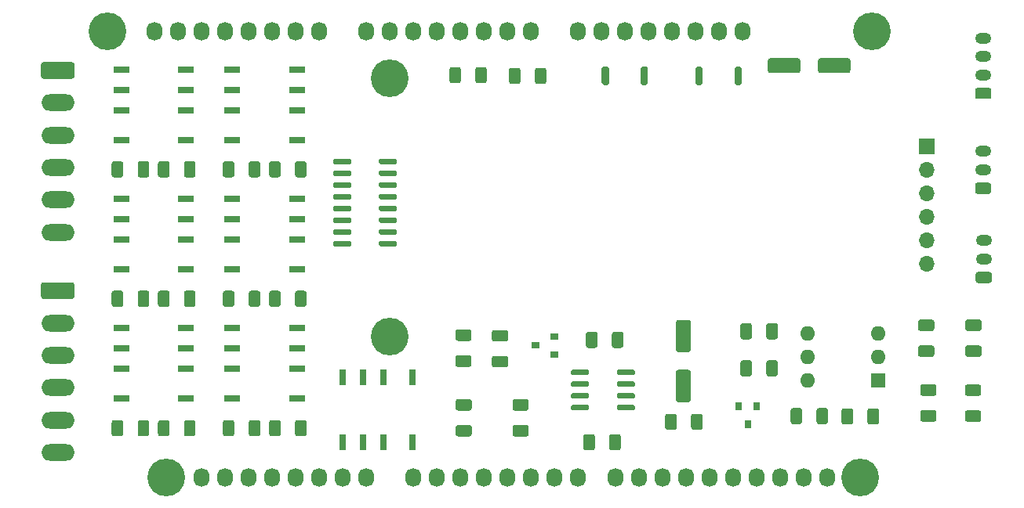
<source format=gbr>
G04 #@! TF.GenerationSoftware,KiCad,Pcbnew,(5.1.9)-1*
G04 #@! TF.CreationDate,2021-03-29T18:58:07+02:00*
G04 #@! TF.ProjectId,Interface_board_1,496e7465-7266-4616-9365-5f626f617264,4.h.0.01*
G04 #@! TF.SameCoordinates,Original*
G04 #@! TF.FileFunction,Soldermask,Top*
G04 #@! TF.FilePolarity,Negative*
%FSLAX46Y46*%
G04 Gerber Fmt 4.6, Leading zero omitted, Abs format (unit mm)*
G04 Created by KiCad (PCBNEW (5.1.9)-1) date 2021-03-29 18:58:07*
%MOMM*%
%LPD*%
G01*
G04 APERTURE LIST*
%ADD10O,3.600000X1.800000*%
%ADD11R,0.900000X0.800000*%
%ADD12R,0.800000X0.900000*%
%ADD13O,1.700000X1.700000*%
%ADD14R,1.700000X1.700000*%
%ADD15O,1.600000X1.600000*%
%ADD16R,1.600000X1.600000*%
%ADD17R,1.800000X0.800000*%
%ADD18R,0.800000X1.800000*%
%ADD19O,1.750000X1.200000*%
%ADD20O,1.727200X2.032000*%
%ADD21C,4.064000*%
G04 APERTURE END LIST*
G36*
G01*
X145833940Y-117109540D02*
X147083940Y-117109540D01*
G75*
G02*
X147333940Y-117359540I0J-250000D01*
G01*
X147333940Y-118109540D01*
G75*
G02*
X147083940Y-118359540I-250000J0D01*
G01*
X145833940Y-118359540D01*
G75*
G02*
X145583940Y-118109540I0J250000D01*
G01*
X145583940Y-117359540D01*
G75*
G02*
X145833940Y-117109540I250000J0D01*
G01*
G37*
G36*
G01*
X145833940Y-114309540D02*
X147083940Y-114309540D01*
G75*
G02*
X147333940Y-114559540I0J-250000D01*
G01*
X147333940Y-115309540D01*
G75*
G02*
X147083940Y-115559540I-250000J0D01*
G01*
X145833940Y-115559540D01*
G75*
G02*
X145583940Y-115309540I0J250000D01*
G01*
X145583940Y-114559540D01*
G75*
G02*
X145833940Y-114309540I250000J0D01*
G01*
G37*
G36*
G01*
X147109340Y-123100800D02*
X145859340Y-123100800D01*
G75*
G02*
X145609340Y-122850800I0J250000D01*
G01*
X145609340Y-122100800D01*
G75*
G02*
X145859340Y-121850800I250000J0D01*
G01*
X147109340Y-121850800D01*
G75*
G02*
X147359340Y-122100800I0J-250000D01*
G01*
X147359340Y-122850800D01*
G75*
G02*
X147109340Y-123100800I-250000J0D01*
G01*
G37*
G36*
G01*
X147109340Y-125900800D02*
X145859340Y-125900800D01*
G75*
G02*
X145609340Y-125650800I0J250000D01*
G01*
X145609340Y-124900800D01*
G75*
G02*
X145859340Y-124650800I250000J0D01*
G01*
X147109340Y-124650800D01*
G75*
G02*
X147359340Y-124900800I0J-250000D01*
G01*
X147359340Y-125650800D01*
G75*
G02*
X147109340Y-125900800I-250000J0D01*
G01*
G37*
D10*
X102649020Y-127619160D03*
X102649020Y-124119160D03*
X102649020Y-120619160D03*
X102649020Y-117119160D03*
X102649020Y-113619160D03*
G36*
G01*
X101099020Y-109219160D02*
X104199020Y-109219160D01*
G75*
G02*
X104449020Y-109469160I0J-250000D01*
G01*
X104449020Y-110769160D01*
G75*
G02*
X104199020Y-111019160I-250000J0D01*
G01*
X101099020Y-111019160D01*
G75*
G02*
X100849020Y-110769160I0J250000D01*
G01*
X100849020Y-109469160D01*
G75*
G02*
X101099020Y-109219160I250000J0D01*
G01*
G37*
X102656640Y-103801580D03*
X102656640Y-100301580D03*
X102656640Y-96801580D03*
X102656640Y-93301580D03*
X102656640Y-89801580D03*
G36*
G01*
X101106640Y-85401580D02*
X104206640Y-85401580D01*
G75*
G02*
X104456640Y-85651580I0J-250000D01*
G01*
X104456640Y-86951580D01*
G75*
G02*
X104206640Y-87201580I-250000J0D01*
G01*
X101106640Y-87201580D01*
G75*
G02*
X100856640Y-86951580I0J250000D01*
G01*
X100856640Y-85651580D01*
G75*
G02*
X101106640Y-85401580I250000J0D01*
G01*
G37*
D11*
X154275280Y-116047520D03*
X156275280Y-115097520D03*
X156275280Y-116997520D03*
D12*
X177154840Y-124583700D03*
X176204840Y-122583700D03*
X178104840Y-122583700D03*
D13*
X196471540Y-107251500D03*
X196471540Y-104711500D03*
X196471540Y-102171500D03*
X196471540Y-99631500D03*
X196471540Y-97091500D03*
D14*
X196471540Y-94551500D03*
G36*
G01*
X134341740Y-104889160D02*
X134341740Y-105189160D01*
G75*
G02*
X134191740Y-105339160I-150000J0D01*
G01*
X132541740Y-105339160D01*
G75*
G02*
X132391740Y-105189160I0J150000D01*
G01*
X132391740Y-104889160D01*
G75*
G02*
X132541740Y-104739160I150000J0D01*
G01*
X134191740Y-104739160D01*
G75*
G02*
X134341740Y-104889160I0J-150000D01*
G01*
G37*
G36*
G01*
X134341740Y-103619160D02*
X134341740Y-103919160D01*
G75*
G02*
X134191740Y-104069160I-150000J0D01*
G01*
X132541740Y-104069160D01*
G75*
G02*
X132391740Y-103919160I0J150000D01*
G01*
X132391740Y-103619160D01*
G75*
G02*
X132541740Y-103469160I150000J0D01*
G01*
X134191740Y-103469160D01*
G75*
G02*
X134341740Y-103619160I0J-150000D01*
G01*
G37*
G36*
G01*
X134341740Y-102349160D02*
X134341740Y-102649160D01*
G75*
G02*
X134191740Y-102799160I-150000J0D01*
G01*
X132541740Y-102799160D01*
G75*
G02*
X132391740Y-102649160I0J150000D01*
G01*
X132391740Y-102349160D01*
G75*
G02*
X132541740Y-102199160I150000J0D01*
G01*
X134191740Y-102199160D01*
G75*
G02*
X134341740Y-102349160I0J-150000D01*
G01*
G37*
G36*
G01*
X134341740Y-101079160D02*
X134341740Y-101379160D01*
G75*
G02*
X134191740Y-101529160I-150000J0D01*
G01*
X132541740Y-101529160D01*
G75*
G02*
X132391740Y-101379160I0J150000D01*
G01*
X132391740Y-101079160D01*
G75*
G02*
X132541740Y-100929160I150000J0D01*
G01*
X134191740Y-100929160D01*
G75*
G02*
X134341740Y-101079160I0J-150000D01*
G01*
G37*
G36*
G01*
X134341740Y-99809160D02*
X134341740Y-100109160D01*
G75*
G02*
X134191740Y-100259160I-150000J0D01*
G01*
X132541740Y-100259160D01*
G75*
G02*
X132391740Y-100109160I0J150000D01*
G01*
X132391740Y-99809160D01*
G75*
G02*
X132541740Y-99659160I150000J0D01*
G01*
X134191740Y-99659160D01*
G75*
G02*
X134341740Y-99809160I0J-150000D01*
G01*
G37*
G36*
G01*
X134341740Y-98539160D02*
X134341740Y-98839160D01*
G75*
G02*
X134191740Y-98989160I-150000J0D01*
G01*
X132541740Y-98989160D01*
G75*
G02*
X132391740Y-98839160I0J150000D01*
G01*
X132391740Y-98539160D01*
G75*
G02*
X132541740Y-98389160I150000J0D01*
G01*
X134191740Y-98389160D01*
G75*
G02*
X134341740Y-98539160I0J-150000D01*
G01*
G37*
G36*
G01*
X134341740Y-97269160D02*
X134341740Y-97569160D01*
G75*
G02*
X134191740Y-97719160I-150000J0D01*
G01*
X132541740Y-97719160D01*
G75*
G02*
X132391740Y-97569160I0J150000D01*
G01*
X132391740Y-97269160D01*
G75*
G02*
X132541740Y-97119160I150000J0D01*
G01*
X134191740Y-97119160D01*
G75*
G02*
X134341740Y-97269160I0J-150000D01*
G01*
G37*
G36*
G01*
X134341740Y-95999160D02*
X134341740Y-96299160D01*
G75*
G02*
X134191740Y-96449160I-150000J0D01*
G01*
X132541740Y-96449160D01*
G75*
G02*
X132391740Y-96299160I0J150000D01*
G01*
X132391740Y-95999160D01*
G75*
G02*
X132541740Y-95849160I150000J0D01*
G01*
X134191740Y-95849160D01*
G75*
G02*
X134341740Y-95999160I0J-150000D01*
G01*
G37*
G36*
G01*
X139291740Y-95999160D02*
X139291740Y-96299160D01*
G75*
G02*
X139141740Y-96449160I-150000J0D01*
G01*
X137491740Y-96449160D01*
G75*
G02*
X137341740Y-96299160I0J150000D01*
G01*
X137341740Y-95999160D01*
G75*
G02*
X137491740Y-95849160I150000J0D01*
G01*
X139141740Y-95849160D01*
G75*
G02*
X139291740Y-95999160I0J-150000D01*
G01*
G37*
G36*
G01*
X139291740Y-97269160D02*
X139291740Y-97569160D01*
G75*
G02*
X139141740Y-97719160I-150000J0D01*
G01*
X137491740Y-97719160D01*
G75*
G02*
X137341740Y-97569160I0J150000D01*
G01*
X137341740Y-97269160D01*
G75*
G02*
X137491740Y-97119160I150000J0D01*
G01*
X139141740Y-97119160D01*
G75*
G02*
X139291740Y-97269160I0J-150000D01*
G01*
G37*
G36*
G01*
X139291740Y-98539160D02*
X139291740Y-98839160D01*
G75*
G02*
X139141740Y-98989160I-150000J0D01*
G01*
X137491740Y-98989160D01*
G75*
G02*
X137341740Y-98839160I0J150000D01*
G01*
X137341740Y-98539160D01*
G75*
G02*
X137491740Y-98389160I150000J0D01*
G01*
X139141740Y-98389160D01*
G75*
G02*
X139291740Y-98539160I0J-150000D01*
G01*
G37*
G36*
G01*
X139291740Y-99809160D02*
X139291740Y-100109160D01*
G75*
G02*
X139141740Y-100259160I-150000J0D01*
G01*
X137491740Y-100259160D01*
G75*
G02*
X137341740Y-100109160I0J150000D01*
G01*
X137341740Y-99809160D01*
G75*
G02*
X137491740Y-99659160I150000J0D01*
G01*
X139141740Y-99659160D01*
G75*
G02*
X139291740Y-99809160I0J-150000D01*
G01*
G37*
G36*
G01*
X139291740Y-101079160D02*
X139291740Y-101379160D01*
G75*
G02*
X139141740Y-101529160I-150000J0D01*
G01*
X137491740Y-101529160D01*
G75*
G02*
X137341740Y-101379160I0J150000D01*
G01*
X137341740Y-101079160D01*
G75*
G02*
X137491740Y-100929160I150000J0D01*
G01*
X139141740Y-100929160D01*
G75*
G02*
X139291740Y-101079160I0J-150000D01*
G01*
G37*
G36*
G01*
X139291740Y-102349160D02*
X139291740Y-102649160D01*
G75*
G02*
X139141740Y-102799160I-150000J0D01*
G01*
X137491740Y-102799160D01*
G75*
G02*
X137341740Y-102649160I0J150000D01*
G01*
X137341740Y-102349160D01*
G75*
G02*
X137491740Y-102199160I150000J0D01*
G01*
X139141740Y-102199160D01*
G75*
G02*
X139291740Y-102349160I0J-150000D01*
G01*
G37*
G36*
G01*
X139291740Y-103619160D02*
X139291740Y-103919160D01*
G75*
G02*
X139141740Y-104069160I-150000J0D01*
G01*
X137491740Y-104069160D01*
G75*
G02*
X137341740Y-103919160I0J150000D01*
G01*
X137341740Y-103619160D01*
G75*
G02*
X137491740Y-103469160I150000J0D01*
G01*
X139141740Y-103469160D01*
G75*
G02*
X139291740Y-103619160I0J-150000D01*
G01*
G37*
G36*
G01*
X139291740Y-104889160D02*
X139291740Y-105189160D01*
G75*
G02*
X139141740Y-105339160I-150000J0D01*
G01*
X137491740Y-105339160D01*
G75*
G02*
X137341740Y-105189160I0J150000D01*
G01*
X137341740Y-104889160D01*
G75*
G02*
X137491740Y-104739160I150000J0D01*
G01*
X139141740Y-104739160D01*
G75*
G02*
X139291740Y-104889160I0J-150000D01*
G01*
G37*
G36*
G01*
X163036380Y-119110900D02*
X163036380Y-118810900D01*
G75*
G02*
X163186380Y-118660900I150000J0D01*
G01*
X164836380Y-118660900D01*
G75*
G02*
X164986380Y-118810900I0J-150000D01*
G01*
X164986380Y-119110900D01*
G75*
G02*
X164836380Y-119260900I-150000J0D01*
G01*
X163186380Y-119260900D01*
G75*
G02*
X163036380Y-119110900I0J150000D01*
G01*
G37*
G36*
G01*
X163036380Y-120380900D02*
X163036380Y-120080900D01*
G75*
G02*
X163186380Y-119930900I150000J0D01*
G01*
X164836380Y-119930900D01*
G75*
G02*
X164986380Y-120080900I0J-150000D01*
G01*
X164986380Y-120380900D01*
G75*
G02*
X164836380Y-120530900I-150000J0D01*
G01*
X163186380Y-120530900D01*
G75*
G02*
X163036380Y-120380900I0J150000D01*
G01*
G37*
G36*
G01*
X163036380Y-121650900D02*
X163036380Y-121350900D01*
G75*
G02*
X163186380Y-121200900I150000J0D01*
G01*
X164836380Y-121200900D01*
G75*
G02*
X164986380Y-121350900I0J-150000D01*
G01*
X164986380Y-121650900D01*
G75*
G02*
X164836380Y-121800900I-150000J0D01*
G01*
X163186380Y-121800900D01*
G75*
G02*
X163036380Y-121650900I0J150000D01*
G01*
G37*
G36*
G01*
X163036380Y-122920900D02*
X163036380Y-122620900D01*
G75*
G02*
X163186380Y-122470900I150000J0D01*
G01*
X164836380Y-122470900D01*
G75*
G02*
X164986380Y-122620900I0J-150000D01*
G01*
X164986380Y-122920900D01*
G75*
G02*
X164836380Y-123070900I-150000J0D01*
G01*
X163186380Y-123070900D01*
G75*
G02*
X163036380Y-122920900I0J150000D01*
G01*
G37*
G36*
G01*
X158086380Y-122920900D02*
X158086380Y-122620900D01*
G75*
G02*
X158236380Y-122470900I150000J0D01*
G01*
X159886380Y-122470900D01*
G75*
G02*
X160036380Y-122620900I0J-150000D01*
G01*
X160036380Y-122920900D01*
G75*
G02*
X159886380Y-123070900I-150000J0D01*
G01*
X158236380Y-123070900D01*
G75*
G02*
X158086380Y-122920900I0J150000D01*
G01*
G37*
G36*
G01*
X158086380Y-121650900D02*
X158086380Y-121350900D01*
G75*
G02*
X158236380Y-121200900I150000J0D01*
G01*
X159886380Y-121200900D01*
G75*
G02*
X160036380Y-121350900I0J-150000D01*
G01*
X160036380Y-121650900D01*
G75*
G02*
X159886380Y-121800900I-150000J0D01*
G01*
X158236380Y-121800900D01*
G75*
G02*
X158086380Y-121650900I0J150000D01*
G01*
G37*
G36*
G01*
X158086380Y-120380900D02*
X158086380Y-120080900D01*
G75*
G02*
X158236380Y-119930900I150000J0D01*
G01*
X159886380Y-119930900D01*
G75*
G02*
X160036380Y-120080900I0J-150000D01*
G01*
X160036380Y-120380900D01*
G75*
G02*
X159886380Y-120530900I-150000J0D01*
G01*
X158236380Y-120530900D01*
G75*
G02*
X158086380Y-120380900I0J150000D01*
G01*
G37*
G36*
G01*
X158086380Y-119110900D02*
X158086380Y-118810900D01*
G75*
G02*
X158236380Y-118660900I150000J0D01*
G01*
X159886380Y-118660900D01*
G75*
G02*
X160036380Y-118810900I0J-150000D01*
G01*
X160036380Y-119110900D01*
G75*
G02*
X159886380Y-119260900I-150000J0D01*
G01*
X158236380Y-119260900D01*
G75*
G02*
X158086380Y-119110900I0J150000D01*
G01*
G37*
D15*
X183583580Y-119837200D03*
X191203580Y-114757200D03*
X183583580Y-117297200D03*
X191203580Y-117297200D03*
X183583580Y-114757200D03*
D16*
X191203580Y-119837200D03*
G36*
G01*
X166380000Y-86080000D02*
X166380000Y-87680000D01*
G75*
G02*
X166180000Y-87880000I-200000J0D01*
G01*
X165780000Y-87880000D01*
G75*
G02*
X165580000Y-87680000I0J200000D01*
G01*
X165580000Y-86080000D01*
G75*
G02*
X165780000Y-85880000I200000J0D01*
G01*
X166180000Y-85880000D01*
G75*
G02*
X166380000Y-86080000I0J-200000D01*
G01*
G37*
G36*
G01*
X162180000Y-86080000D02*
X162180000Y-87680000D01*
G75*
G02*
X161980000Y-87880000I-200000J0D01*
G01*
X161580000Y-87880000D01*
G75*
G02*
X161380000Y-87680000I0J200000D01*
G01*
X161380000Y-86080000D01*
G75*
G02*
X161580000Y-85880000I200000J0D01*
G01*
X161980000Y-85880000D01*
G75*
G02*
X162180000Y-86080000I0J-200000D01*
G01*
G37*
G36*
G01*
X202115000Y-121515000D02*
X200865000Y-121515000D01*
G75*
G02*
X200615000Y-121265000I0J250000D01*
G01*
X200615000Y-120515000D01*
G75*
G02*
X200865000Y-120265000I250000J0D01*
G01*
X202115000Y-120265000D01*
G75*
G02*
X202365000Y-120515000I0J-250000D01*
G01*
X202365000Y-121265000D01*
G75*
G02*
X202115000Y-121515000I-250000J0D01*
G01*
G37*
G36*
G01*
X202115000Y-124315000D02*
X200865000Y-124315000D01*
G75*
G02*
X200615000Y-124065000I0J250000D01*
G01*
X200615000Y-123315000D01*
G75*
G02*
X200865000Y-123065000I250000J0D01*
G01*
X202115000Y-123065000D01*
G75*
G02*
X202365000Y-123315000I0J-250000D01*
G01*
X202365000Y-124065000D01*
G75*
G02*
X202115000Y-124315000I-250000J0D01*
G01*
G37*
G36*
G01*
X153251060Y-123100800D02*
X152001060Y-123100800D01*
G75*
G02*
X151751060Y-122850800I0J250000D01*
G01*
X151751060Y-122100800D01*
G75*
G02*
X152001060Y-121850800I250000J0D01*
G01*
X153251060Y-121850800D01*
G75*
G02*
X153501060Y-122100800I0J-250000D01*
G01*
X153501060Y-122850800D01*
G75*
G02*
X153251060Y-123100800I-250000J0D01*
G01*
G37*
G36*
G01*
X153251060Y-125900800D02*
X152001060Y-125900800D01*
G75*
G02*
X151751060Y-125650800I0J250000D01*
G01*
X151751060Y-124900800D01*
G75*
G02*
X152001060Y-124650800I250000J0D01*
G01*
X153251060Y-124650800D01*
G75*
G02*
X153501060Y-124900800I0J-250000D01*
G01*
X153501060Y-125650800D01*
G75*
G02*
X153251060Y-125900800I-250000J0D01*
G01*
G37*
G36*
G01*
X196039360Y-123048060D02*
X197289360Y-123048060D01*
G75*
G02*
X197539360Y-123298060I0J-250000D01*
G01*
X197539360Y-124048060D01*
G75*
G02*
X197289360Y-124298060I-250000J0D01*
G01*
X196039360Y-124298060D01*
G75*
G02*
X195789360Y-124048060I0J250000D01*
G01*
X195789360Y-123298060D01*
G75*
G02*
X196039360Y-123048060I250000J0D01*
G01*
G37*
G36*
G01*
X196039360Y-120248060D02*
X197289360Y-120248060D01*
G75*
G02*
X197539360Y-120498060I0J-250000D01*
G01*
X197539360Y-121248060D01*
G75*
G02*
X197289360Y-121498060I-250000J0D01*
G01*
X196039360Y-121498060D01*
G75*
G02*
X195789360Y-121248060I0J250000D01*
G01*
X195789360Y-120498060D01*
G75*
G02*
X196039360Y-120248060I250000J0D01*
G01*
G37*
G36*
G01*
X171046440Y-124937680D02*
X171046440Y-123687680D01*
G75*
G02*
X171296440Y-123437680I250000J0D01*
G01*
X172046440Y-123437680D01*
G75*
G02*
X172296440Y-123687680I0J-250000D01*
G01*
X172296440Y-124937680D01*
G75*
G02*
X172046440Y-125187680I-250000J0D01*
G01*
X171296440Y-125187680D01*
G75*
G02*
X171046440Y-124937680I0J250000D01*
G01*
G37*
G36*
G01*
X168246440Y-124937680D02*
X168246440Y-123687680D01*
G75*
G02*
X168496440Y-123437680I250000J0D01*
G01*
X169246440Y-123437680D01*
G75*
G02*
X169496440Y-123687680I0J-250000D01*
G01*
X169496440Y-124937680D01*
G75*
G02*
X169246440Y-125187680I-250000J0D01*
G01*
X168496440Y-125187680D01*
G75*
G02*
X168246440Y-124937680I0J250000D01*
G01*
G37*
G36*
G01*
X162192000Y-127150020D02*
X162192000Y-125900020D01*
G75*
G02*
X162442000Y-125650020I250000J0D01*
G01*
X163192000Y-125650020D01*
G75*
G02*
X163442000Y-125900020I0J-250000D01*
G01*
X163442000Y-127150020D01*
G75*
G02*
X163192000Y-127400020I-250000J0D01*
G01*
X162442000Y-127400020D01*
G75*
G02*
X162192000Y-127150020I0J250000D01*
G01*
G37*
G36*
G01*
X159392000Y-127150020D02*
X159392000Y-125900020D01*
G75*
G02*
X159642000Y-125650020I250000J0D01*
G01*
X160392000Y-125650020D01*
G75*
G02*
X160642000Y-125900020I0J-250000D01*
G01*
X160642000Y-127150020D01*
G75*
G02*
X160392000Y-127400020I-250000J0D01*
G01*
X159642000Y-127400020D01*
G75*
G02*
X159392000Y-127150020I0J250000D01*
G01*
G37*
G36*
G01*
X195795520Y-116042740D02*
X197045520Y-116042740D01*
G75*
G02*
X197295520Y-116292740I0J-250000D01*
G01*
X197295520Y-117042740D01*
G75*
G02*
X197045520Y-117292740I-250000J0D01*
G01*
X195795520Y-117292740D01*
G75*
G02*
X195545520Y-117042740I0J250000D01*
G01*
X195545520Y-116292740D01*
G75*
G02*
X195795520Y-116042740I250000J0D01*
G01*
G37*
G36*
G01*
X195795520Y-113242740D02*
X197045520Y-113242740D01*
G75*
G02*
X197295520Y-113492740I0J-250000D01*
G01*
X197295520Y-114242740D01*
G75*
G02*
X197045520Y-114492740I-250000J0D01*
G01*
X195795520Y-114492740D01*
G75*
G02*
X195545520Y-114242740I0J250000D01*
G01*
X195545520Y-113492740D01*
G75*
G02*
X195795520Y-113242740I250000J0D01*
G01*
G37*
G36*
G01*
X190088280Y-124352820D02*
X190088280Y-123102820D01*
G75*
G02*
X190338280Y-122852820I250000J0D01*
G01*
X191088280Y-122852820D01*
G75*
G02*
X191338280Y-123102820I0J-250000D01*
G01*
X191338280Y-124352820D01*
G75*
G02*
X191088280Y-124602820I-250000J0D01*
G01*
X190338280Y-124602820D01*
G75*
G02*
X190088280Y-124352820I0J250000D01*
G01*
G37*
G36*
G01*
X187288280Y-124352820D02*
X187288280Y-123102820D01*
G75*
G02*
X187538280Y-122852820I250000J0D01*
G01*
X188288280Y-122852820D01*
G75*
G02*
X188538280Y-123102820I0J-250000D01*
G01*
X188538280Y-124352820D01*
G75*
G02*
X188288280Y-124602820I-250000J0D01*
G01*
X187538280Y-124602820D01*
G75*
G02*
X187288280Y-124352820I0J250000D01*
G01*
G37*
G36*
G01*
X183031560Y-123062180D02*
X183031560Y-124312180D01*
G75*
G02*
X182781560Y-124562180I-250000J0D01*
G01*
X182031560Y-124562180D01*
G75*
G02*
X181781560Y-124312180I0J250000D01*
G01*
X181781560Y-123062180D01*
G75*
G02*
X182031560Y-122812180I250000J0D01*
G01*
X182781560Y-122812180D01*
G75*
G02*
X183031560Y-123062180I0J-250000D01*
G01*
G37*
G36*
G01*
X185831560Y-123062180D02*
X185831560Y-124312180D01*
G75*
G02*
X185581560Y-124562180I-250000J0D01*
G01*
X184831560Y-124562180D01*
G75*
G02*
X184581560Y-124312180I0J250000D01*
G01*
X184581560Y-123062180D01*
G75*
G02*
X184831560Y-122812180I250000J0D01*
G01*
X185581560Y-122812180D01*
G75*
G02*
X185831560Y-123062180I0J-250000D01*
G01*
G37*
G36*
G01*
X126725000Y-96375000D02*
X126725000Y-97625000D01*
G75*
G02*
X126475000Y-97875000I-250000J0D01*
G01*
X125725000Y-97875000D01*
G75*
G02*
X125475000Y-97625000I0J250000D01*
G01*
X125475000Y-96375000D01*
G75*
G02*
X125725000Y-96125000I250000J0D01*
G01*
X126475000Y-96125000D01*
G75*
G02*
X126725000Y-96375000I0J-250000D01*
G01*
G37*
G36*
G01*
X129525000Y-96375000D02*
X129525000Y-97625000D01*
G75*
G02*
X129275000Y-97875000I-250000J0D01*
G01*
X128525000Y-97875000D01*
G75*
G02*
X128275000Y-97625000I0J250000D01*
G01*
X128275000Y-96375000D01*
G75*
G02*
X128525000Y-96125000I250000J0D01*
G01*
X129275000Y-96125000D01*
G75*
G02*
X129525000Y-96375000I0J-250000D01*
G01*
G37*
G36*
G01*
X114725000Y-96375000D02*
X114725000Y-97625000D01*
G75*
G02*
X114475000Y-97875000I-250000J0D01*
G01*
X113725000Y-97875000D01*
G75*
G02*
X113475000Y-97625000I0J250000D01*
G01*
X113475000Y-96375000D01*
G75*
G02*
X113725000Y-96125000I250000J0D01*
G01*
X114475000Y-96125000D01*
G75*
G02*
X114725000Y-96375000I0J-250000D01*
G01*
G37*
G36*
G01*
X117525000Y-96375000D02*
X117525000Y-97625000D01*
G75*
G02*
X117275000Y-97875000I-250000J0D01*
G01*
X116525000Y-97875000D01*
G75*
G02*
X116275000Y-97625000I0J250000D01*
G01*
X116275000Y-96375000D01*
G75*
G02*
X116525000Y-96125000I250000J0D01*
G01*
X117275000Y-96125000D01*
G75*
G02*
X117525000Y-96375000I0J-250000D01*
G01*
G37*
G36*
G01*
X126725000Y-110375000D02*
X126725000Y-111625000D01*
G75*
G02*
X126475000Y-111875000I-250000J0D01*
G01*
X125725000Y-111875000D01*
G75*
G02*
X125475000Y-111625000I0J250000D01*
G01*
X125475000Y-110375000D01*
G75*
G02*
X125725000Y-110125000I250000J0D01*
G01*
X126475000Y-110125000D01*
G75*
G02*
X126725000Y-110375000I0J-250000D01*
G01*
G37*
G36*
G01*
X129525000Y-110375000D02*
X129525000Y-111625000D01*
G75*
G02*
X129275000Y-111875000I-250000J0D01*
G01*
X128525000Y-111875000D01*
G75*
G02*
X128275000Y-111625000I0J250000D01*
G01*
X128275000Y-110375000D01*
G75*
G02*
X128525000Y-110125000I250000J0D01*
G01*
X129275000Y-110125000D01*
G75*
G02*
X129525000Y-110375000I0J-250000D01*
G01*
G37*
G36*
G01*
X114725000Y-110375000D02*
X114725000Y-111625000D01*
G75*
G02*
X114475000Y-111875000I-250000J0D01*
G01*
X113725000Y-111875000D01*
G75*
G02*
X113475000Y-111625000I0J250000D01*
G01*
X113475000Y-110375000D01*
G75*
G02*
X113725000Y-110125000I250000J0D01*
G01*
X114475000Y-110125000D01*
G75*
G02*
X114725000Y-110375000I0J-250000D01*
G01*
G37*
G36*
G01*
X117525000Y-110375000D02*
X117525000Y-111625000D01*
G75*
G02*
X117275000Y-111875000I-250000J0D01*
G01*
X116525000Y-111875000D01*
G75*
G02*
X116275000Y-111625000I0J250000D01*
G01*
X116275000Y-110375000D01*
G75*
G02*
X116525000Y-110125000I250000J0D01*
G01*
X117275000Y-110125000D01*
G75*
G02*
X117525000Y-110375000I0J-250000D01*
G01*
G37*
G36*
G01*
X126725000Y-124375000D02*
X126725000Y-125625000D01*
G75*
G02*
X126475000Y-125875000I-250000J0D01*
G01*
X125725000Y-125875000D01*
G75*
G02*
X125475000Y-125625000I0J250000D01*
G01*
X125475000Y-124375000D01*
G75*
G02*
X125725000Y-124125000I250000J0D01*
G01*
X126475000Y-124125000D01*
G75*
G02*
X126725000Y-124375000I0J-250000D01*
G01*
G37*
G36*
G01*
X129525000Y-124375000D02*
X129525000Y-125625000D01*
G75*
G02*
X129275000Y-125875000I-250000J0D01*
G01*
X128525000Y-125875000D01*
G75*
G02*
X128275000Y-125625000I0J250000D01*
G01*
X128275000Y-124375000D01*
G75*
G02*
X128525000Y-124125000I250000J0D01*
G01*
X129275000Y-124125000D01*
G75*
G02*
X129525000Y-124375000I0J-250000D01*
G01*
G37*
G36*
G01*
X114725000Y-124375000D02*
X114725000Y-125625000D01*
G75*
G02*
X114475000Y-125875000I-250000J0D01*
G01*
X113725000Y-125875000D01*
G75*
G02*
X113475000Y-125625000I0J250000D01*
G01*
X113475000Y-124375000D01*
G75*
G02*
X113725000Y-124125000I250000J0D01*
G01*
X114475000Y-124125000D01*
G75*
G02*
X114725000Y-124375000I0J-250000D01*
G01*
G37*
G36*
G01*
X117525000Y-124375000D02*
X117525000Y-125625000D01*
G75*
G02*
X117275000Y-125875000I-250000J0D01*
G01*
X116525000Y-125875000D01*
G75*
G02*
X116275000Y-125625000I0J250000D01*
G01*
X116275000Y-124375000D01*
G75*
G02*
X116525000Y-124125000I250000J0D01*
G01*
X117275000Y-124125000D01*
G75*
G02*
X117525000Y-124375000I0J-250000D01*
G01*
G37*
D17*
X128500000Y-93800000D03*
X128500000Y-90600000D03*
X128500000Y-88400000D03*
X128500000Y-86200000D03*
X121500000Y-86200000D03*
X121500000Y-88400000D03*
X121500000Y-90600000D03*
X121500000Y-93800000D03*
X116500000Y-93800000D03*
X116500000Y-90600000D03*
X116500000Y-88400000D03*
X116500000Y-86200000D03*
X109500000Y-86200000D03*
X109500000Y-88400000D03*
X109500000Y-90600000D03*
X109500000Y-93800000D03*
X128500000Y-107800000D03*
X128500000Y-104600000D03*
X128500000Y-102400000D03*
X128500000Y-100200000D03*
X121500000Y-100200000D03*
X121500000Y-102400000D03*
X121500000Y-104600000D03*
X121500000Y-107800000D03*
X116500000Y-107800000D03*
X116500000Y-104600000D03*
X116500000Y-102400000D03*
X116500000Y-100200000D03*
X109500000Y-100200000D03*
X109500000Y-102400000D03*
X109500000Y-104600000D03*
X109500000Y-107800000D03*
X128500000Y-121800000D03*
X128500000Y-118600000D03*
X128500000Y-116400000D03*
X128500000Y-114200000D03*
X121500000Y-114200000D03*
X121500000Y-116400000D03*
X121500000Y-118600000D03*
X121500000Y-121800000D03*
X116500000Y-121800000D03*
X116500000Y-118600000D03*
X116500000Y-116400000D03*
X116500000Y-114200000D03*
X109500000Y-114200000D03*
X109500000Y-116400000D03*
X109500000Y-118600000D03*
X109500000Y-121800000D03*
D18*
X140977780Y-119522360D03*
X137777780Y-119522360D03*
X135577780Y-119522360D03*
X133377780Y-119522360D03*
X133377780Y-126522360D03*
X135577780Y-126522360D03*
X137777780Y-126522360D03*
X140977780Y-126522360D03*
D19*
X202646280Y-104691680D03*
X202646280Y-106691680D03*
G36*
G01*
X203271281Y-109291680D02*
X202021279Y-109291680D01*
G75*
G02*
X201771280Y-109041681I0J249999D01*
G01*
X201771280Y-108341679D01*
G75*
G02*
X202021279Y-108091680I249999J0D01*
G01*
X203271281Y-108091680D01*
G75*
G02*
X203521280Y-108341679I0J-249999D01*
G01*
X203521280Y-109041681D01*
G75*
G02*
X203271281Y-109291680I-249999J0D01*
G01*
G37*
X202577700Y-95049840D03*
X202577700Y-97049840D03*
G36*
G01*
X203202701Y-99649840D02*
X201952699Y-99649840D01*
G75*
G02*
X201702700Y-99399841I0J249999D01*
G01*
X201702700Y-98699839D01*
G75*
G02*
X201952699Y-98449840I249999J0D01*
G01*
X203202701Y-98449840D01*
G75*
G02*
X203452700Y-98699839I0J-249999D01*
G01*
X203452700Y-99399841D01*
G75*
G02*
X203202701Y-99649840I-249999J0D01*
G01*
G37*
X202587860Y-82793320D03*
X202587860Y-84793320D03*
X202587860Y-86793320D03*
G36*
G01*
X203212861Y-89393320D02*
X201962859Y-89393320D01*
G75*
G02*
X201712860Y-89143321I0J249999D01*
G01*
X201712860Y-88443319D01*
G75*
G02*
X201962859Y-88193320I249999J0D01*
G01*
X203212861Y-88193320D01*
G75*
G02*
X203462860Y-88443319I0J-249999D01*
G01*
X203462860Y-89143321D01*
G75*
G02*
X203212861Y-89393320I-249999J0D01*
G01*
G37*
G36*
G01*
X177610480Y-113890920D02*
X177610480Y-115140920D01*
G75*
G02*
X177360480Y-115390920I-250000J0D01*
G01*
X176610480Y-115390920D01*
G75*
G02*
X176360480Y-115140920I0J250000D01*
G01*
X176360480Y-113890920D01*
G75*
G02*
X176610480Y-113640920I250000J0D01*
G01*
X177360480Y-113640920D01*
G75*
G02*
X177610480Y-113890920I0J-250000D01*
G01*
G37*
G36*
G01*
X180410480Y-113890920D02*
X180410480Y-115140920D01*
G75*
G02*
X180160480Y-115390920I-250000J0D01*
G01*
X179410480Y-115390920D01*
G75*
G02*
X179160480Y-115140920I0J250000D01*
G01*
X179160480Y-113890920D01*
G75*
G02*
X179410480Y-113640920I250000J0D01*
G01*
X180160480Y-113640920D01*
G75*
G02*
X180410480Y-113890920I0J-250000D01*
G01*
G37*
G36*
G01*
X200900040Y-116042740D02*
X202150040Y-116042740D01*
G75*
G02*
X202400040Y-116292740I0J-250000D01*
G01*
X202400040Y-117042740D01*
G75*
G02*
X202150040Y-117292740I-250000J0D01*
G01*
X200900040Y-117292740D01*
G75*
G02*
X200650040Y-117042740I0J250000D01*
G01*
X200650040Y-116292740D01*
G75*
G02*
X200900040Y-116042740I250000J0D01*
G01*
G37*
G36*
G01*
X200900040Y-113242740D02*
X202150040Y-113242740D01*
G75*
G02*
X202400040Y-113492740I0J-250000D01*
G01*
X202400040Y-114242740D01*
G75*
G02*
X202150040Y-114492740I-250000J0D01*
G01*
X200900040Y-114492740D01*
G75*
G02*
X200650040Y-114242740I0J250000D01*
G01*
X200650040Y-113492740D01*
G75*
G02*
X200900040Y-113242740I250000J0D01*
G01*
G37*
G36*
G01*
X149778560Y-117178120D02*
X151028560Y-117178120D01*
G75*
G02*
X151278560Y-117428120I0J-250000D01*
G01*
X151278560Y-118178120D01*
G75*
G02*
X151028560Y-118428120I-250000J0D01*
G01*
X149778560Y-118428120D01*
G75*
G02*
X149528560Y-118178120I0J250000D01*
G01*
X149528560Y-117428120D01*
G75*
G02*
X149778560Y-117178120I250000J0D01*
G01*
G37*
G36*
G01*
X149778560Y-114378120D02*
X151028560Y-114378120D01*
G75*
G02*
X151278560Y-114628120I0J-250000D01*
G01*
X151278560Y-115378120D01*
G75*
G02*
X151028560Y-115628120I-250000J0D01*
G01*
X149778560Y-115628120D01*
G75*
G02*
X149528560Y-115378120I0J250000D01*
G01*
X149528560Y-114628120D01*
G75*
G02*
X149778560Y-114378120I250000J0D01*
G01*
G37*
G36*
G01*
X123275000Y-97625000D02*
X123275000Y-96375000D01*
G75*
G02*
X123525000Y-96125000I250000J0D01*
G01*
X124275000Y-96125000D01*
G75*
G02*
X124525000Y-96375000I0J-250000D01*
G01*
X124525000Y-97625000D01*
G75*
G02*
X124275000Y-97875000I-250000J0D01*
G01*
X123525000Y-97875000D01*
G75*
G02*
X123275000Y-97625000I0J250000D01*
G01*
G37*
G36*
G01*
X120475000Y-97625000D02*
X120475000Y-96375000D01*
G75*
G02*
X120725000Y-96125000I250000J0D01*
G01*
X121475000Y-96125000D01*
G75*
G02*
X121725000Y-96375000I0J-250000D01*
G01*
X121725000Y-97625000D01*
G75*
G02*
X121475000Y-97875000I-250000J0D01*
G01*
X120725000Y-97875000D01*
G75*
G02*
X120475000Y-97625000I0J250000D01*
G01*
G37*
G36*
G01*
X111275000Y-97625000D02*
X111275000Y-96375000D01*
G75*
G02*
X111525000Y-96125000I250000J0D01*
G01*
X112275000Y-96125000D01*
G75*
G02*
X112525000Y-96375000I0J-250000D01*
G01*
X112525000Y-97625000D01*
G75*
G02*
X112275000Y-97875000I-250000J0D01*
G01*
X111525000Y-97875000D01*
G75*
G02*
X111275000Y-97625000I0J250000D01*
G01*
G37*
G36*
G01*
X108475000Y-97625000D02*
X108475000Y-96375000D01*
G75*
G02*
X108725000Y-96125000I250000J0D01*
G01*
X109475000Y-96125000D01*
G75*
G02*
X109725000Y-96375000I0J-250000D01*
G01*
X109725000Y-97625000D01*
G75*
G02*
X109475000Y-97875000I-250000J0D01*
G01*
X108725000Y-97875000D01*
G75*
G02*
X108475000Y-97625000I0J250000D01*
G01*
G37*
G36*
G01*
X123275000Y-111625000D02*
X123275000Y-110375000D01*
G75*
G02*
X123525000Y-110125000I250000J0D01*
G01*
X124275000Y-110125000D01*
G75*
G02*
X124525000Y-110375000I0J-250000D01*
G01*
X124525000Y-111625000D01*
G75*
G02*
X124275000Y-111875000I-250000J0D01*
G01*
X123525000Y-111875000D01*
G75*
G02*
X123275000Y-111625000I0J250000D01*
G01*
G37*
G36*
G01*
X120475000Y-111625000D02*
X120475000Y-110375000D01*
G75*
G02*
X120725000Y-110125000I250000J0D01*
G01*
X121475000Y-110125000D01*
G75*
G02*
X121725000Y-110375000I0J-250000D01*
G01*
X121725000Y-111625000D01*
G75*
G02*
X121475000Y-111875000I-250000J0D01*
G01*
X120725000Y-111875000D01*
G75*
G02*
X120475000Y-111625000I0J250000D01*
G01*
G37*
G36*
G01*
X111275000Y-111625000D02*
X111275000Y-110375000D01*
G75*
G02*
X111525000Y-110125000I250000J0D01*
G01*
X112275000Y-110125000D01*
G75*
G02*
X112525000Y-110375000I0J-250000D01*
G01*
X112525000Y-111625000D01*
G75*
G02*
X112275000Y-111875000I-250000J0D01*
G01*
X111525000Y-111875000D01*
G75*
G02*
X111275000Y-111625000I0J250000D01*
G01*
G37*
G36*
G01*
X108475000Y-111625000D02*
X108475000Y-110375000D01*
G75*
G02*
X108725000Y-110125000I250000J0D01*
G01*
X109475000Y-110125000D01*
G75*
G02*
X109725000Y-110375000I0J-250000D01*
G01*
X109725000Y-111625000D01*
G75*
G02*
X109475000Y-111875000I-250000J0D01*
G01*
X108725000Y-111875000D01*
G75*
G02*
X108475000Y-111625000I0J250000D01*
G01*
G37*
G36*
G01*
X123275000Y-125625000D02*
X123275000Y-124375000D01*
G75*
G02*
X123525000Y-124125000I250000J0D01*
G01*
X124275000Y-124125000D01*
G75*
G02*
X124525000Y-124375000I0J-250000D01*
G01*
X124525000Y-125625000D01*
G75*
G02*
X124275000Y-125875000I-250000J0D01*
G01*
X123525000Y-125875000D01*
G75*
G02*
X123275000Y-125625000I0J250000D01*
G01*
G37*
G36*
G01*
X120475000Y-125625000D02*
X120475000Y-124375000D01*
G75*
G02*
X120725000Y-124125000I250000J0D01*
G01*
X121475000Y-124125000D01*
G75*
G02*
X121725000Y-124375000I0J-250000D01*
G01*
X121725000Y-125625000D01*
G75*
G02*
X121475000Y-125875000I-250000J0D01*
G01*
X120725000Y-125875000D01*
G75*
G02*
X120475000Y-125625000I0J250000D01*
G01*
G37*
G36*
G01*
X111275000Y-125625000D02*
X111275000Y-124375000D01*
G75*
G02*
X111525000Y-124125000I250000J0D01*
G01*
X112275000Y-124125000D01*
G75*
G02*
X112525000Y-124375000I0J-250000D01*
G01*
X112525000Y-125625000D01*
G75*
G02*
X112275000Y-125875000I-250000J0D01*
G01*
X111525000Y-125875000D01*
G75*
G02*
X111275000Y-125625000I0J250000D01*
G01*
G37*
G36*
G01*
X108475000Y-125625000D02*
X108475000Y-124375000D01*
G75*
G02*
X108725000Y-124125000I250000J0D01*
G01*
X109475000Y-124125000D01*
G75*
G02*
X109725000Y-124375000I0J-250000D01*
G01*
X109725000Y-125625000D01*
G75*
G02*
X109475000Y-125875000I-250000J0D01*
G01*
X108725000Y-125875000D01*
G75*
G02*
X108475000Y-125625000I0J250000D01*
G01*
G37*
G36*
G01*
X160941720Y-114820540D02*
X160941720Y-116070540D01*
G75*
G02*
X160691720Y-116320540I-250000J0D01*
G01*
X159941720Y-116320540D01*
G75*
G02*
X159691720Y-116070540I0J250000D01*
G01*
X159691720Y-114820540D01*
G75*
G02*
X159941720Y-114570540I250000J0D01*
G01*
X160691720Y-114570540D01*
G75*
G02*
X160941720Y-114820540I0J-250000D01*
G01*
G37*
G36*
G01*
X163741720Y-114820540D02*
X163741720Y-116070540D01*
G75*
G02*
X163491720Y-116320540I-250000J0D01*
G01*
X162741720Y-116320540D01*
G75*
G02*
X162491720Y-116070540I0J250000D01*
G01*
X162491720Y-114820540D01*
G75*
G02*
X162741720Y-114570540I250000J0D01*
G01*
X163491720Y-114570540D01*
G75*
G02*
X163741720Y-114820540I0J-250000D01*
G01*
G37*
G36*
G01*
X170755400Y-116784080D02*
X169655400Y-116784080D01*
G75*
G02*
X169405400Y-116534080I0J250000D01*
G01*
X169405400Y-113534080D01*
G75*
G02*
X169655400Y-113284080I250000J0D01*
G01*
X170755400Y-113284080D01*
G75*
G02*
X171005400Y-113534080I0J-250000D01*
G01*
X171005400Y-116534080D01*
G75*
G02*
X170755400Y-116784080I-250000J0D01*
G01*
G37*
G36*
G01*
X170755400Y-122184080D02*
X169655400Y-122184080D01*
G75*
G02*
X169405400Y-121934080I0J250000D01*
G01*
X169405400Y-118934080D01*
G75*
G02*
X169655400Y-118684080I250000J0D01*
G01*
X170755400Y-118684080D01*
G75*
G02*
X171005400Y-118934080I0J-250000D01*
G01*
X171005400Y-121934080D01*
G75*
G02*
X170755400Y-122184080I-250000J0D01*
G01*
G37*
G36*
G01*
X180410480Y-117899040D02*
X180410480Y-119149040D01*
G75*
G02*
X180160480Y-119399040I-250000J0D01*
G01*
X179410480Y-119399040D01*
G75*
G02*
X179160480Y-119149040I0J250000D01*
G01*
X179160480Y-117899040D01*
G75*
G02*
X179410480Y-117649040I250000J0D01*
G01*
X180160480Y-117649040D01*
G75*
G02*
X180410480Y-117899040I0J-250000D01*
G01*
G37*
G36*
G01*
X177610480Y-117899040D02*
X177610480Y-119149040D01*
G75*
G02*
X177360480Y-119399040I-250000J0D01*
G01*
X176610480Y-119399040D01*
G75*
G02*
X176360480Y-119149040I0J250000D01*
G01*
X176360480Y-117899040D01*
G75*
G02*
X176610480Y-117649040I250000J0D01*
G01*
X177360480Y-117649040D01*
G75*
G02*
X177610480Y-117899040I0J-250000D01*
G01*
G37*
G36*
G01*
X147735000Y-87435000D02*
X147735000Y-86185000D01*
G75*
G02*
X147985000Y-85935000I250000J0D01*
G01*
X148735000Y-85935000D01*
G75*
G02*
X148985000Y-86185000I0J-250000D01*
G01*
X148985000Y-87435000D01*
G75*
G02*
X148735000Y-87685000I-250000J0D01*
G01*
X147985000Y-87685000D01*
G75*
G02*
X147735000Y-87435000I0J250000D01*
G01*
G37*
G36*
G01*
X144935000Y-87435000D02*
X144935000Y-86185000D01*
G75*
G02*
X145185000Y-85935000I250000J0D01*
G01*
X145935000Y-85935000D01*
G75*
G02*
X146185000Y-86185000I0J-250000D01*
G01*
X146185000Y-87435000D01*
G75*
G02*
X145935000Y-87685000I-250000J0D01*
G01*
X145185000Y-87685000D01*
G75*
G02*
X144935000Y-87435000I0J250000D01*
G01*
G37*
G36*
G01*
X152615000Y-86265000D02*
X152615000Y-87515000D01*
G75*
G02*
X152365000Y-87765000I-250000J0D01*
G01*
X151615000Y-87765000D01*
G75*
G02*
X151365000Y-87515000I0J250000D01*
G01*
X151365000Y-86265000D01*
G75*
G02*
X151615000Y-86015000I250000J0D01*
G01*
X152365000Y-86015000D01*
G75*
G02*
X152615000Y-86265000I0J-250000D01*
G01*
G37*
G36*
G01*
X155415000Y-86265000D02*
X155415000Y-87515000D01*
G75*
G02*
X155165000Y-87765000I-250000J0D01*
G01*
X154415000Y-87765000D01*
G75*
G02*
X154165000Y-87515000I0J250000D01*
G01*
X154165000Y-86265000D01*
G75*
G02*
X154415000Y-86015000I250000J0D01*
G01*
X155165000Y-86015000D01*
G75*
G02*
X155415000Y-86265000I0J-250000D01*
G01*
G37*
G36*
G01*
X188239320Y-85233420D02*
X188239320Y-86333420D01*
G75*
G02*
X187989320Y-86583420I-250000J0D01*
G01*
X184989320Y-86583420D01*
G75*
G02*
X184739320Y-86333420I0J250000D01*
G01*
X184739320Y-85233420D01*
G75*
G02*
X184989320Y-84983420I250000J0D01*
G01*
X187989320Y-84983420D01*
G75*
G02*
X188239320Y-85233420I0J-250000D01*
G01*
G37*
G36*
G01*
X182839320Y-85233420D02*
X182839320Y-86333420D01*
G75*
G02*
X182589320Y-86583420I-250000J0D01*
G01*
X179589320Y-86583420D01*
G75*
G02*
X179339320Y-86333420I0J250000D01*
G01*
X179339320Y-85233420D01*
G75*
G02*
X179589320Y-84983420I250000J0D01*
G01*
X182589320Y-84983420D01*
G75*
G02*
X182839320Y-85233420I0J-250000D01*
G01*
G37*
G36*
G01*
X171510000Y-87690000D02*
X171510000Y-86090000D01*
G75*
G02*
X171710000Y-85890000I200000J0D01*
G01*
X172110000Y-85890000D01*
G75*
G02*
X172310000Y-86090000I0J-200000D01*
G01*
X172310000Y-87690000D01*
G75*
G02*
X172110000Y-87890000I-200000J0D01*
G01*
X171710000Y-87890000D01*
G75*
G02*
X171510000Y-87690000I0J200000D01*
G01*
G37*
G36*
G01*
X175710000Y-87690000D02*
X175710000Y-86090000D01*
G75*
G02*
X175910000Y-85890000I200000J0D01*
G01*
X176310000Y-85890000D01*
G75*
G02*
X176510000Y-86090000I0J-200000D01*
G01*
X176510000Y-87690000D01*
G75*
G02*
X176310000Y-87890000I-200000J0D01*
G01*
X175910000Y-87890000D01*
G75*
G02*
X175710000Y-87690000I0J200000D01*
G01*
G37*
D20*
X176598580Y-82031840D03*
X174058580Y-82031840D03*
X171518580Y-82031840D03*
X168978580Y-82031840D03*
X166438580Y-82031840D03*
X163898580Y-82031840D03*
X161358580Y-82031840D03*
X158818580Y-82031840D03*
X153738580Y-82031840D03*
X151198580Y-82031840D03*
X148658580Y-82031840D03*
X146118580Y-82031840D03*
X143578580Y-82031840D03*
X141038580Y-82031840D03*
X138498580Y-82031840D03*
X135958580Y-82031840D03*
X130878580Y-82031840D03*
X128338580Y-82031840D03*
X125798580Y-82031840D03*
X123258580Y-82031840D03*
X120718580Y-82031840D03*
X118178580Y-82031840D03*
X115638580Y-82031840D03*
X113098580Y-82031840D03*
X185742580Y-130291840D03*
X183202580Y-130291840D03*
X180662580Y-130291840D03*
X178122580Y-130291840D03*
X175582580Y-130291840D03*
X173042580Y-130291840D03*
X170502580Y-130291840D03*
X167962580Y-130291840D03*
X165422580Y-130291840D03*
X162882580Y-130291840D03*
X158818580Y-130291840D03*
X156278580Y-130291840D03*
X153738580Y-130291840D03*
X151198580Y-130291840D03*
X148658580Y-130291840D03*
X146118580Y-130291840D03*
X143578580Y-130291840D03*
X141038580Y-130291840D03*
X135958580Y-130291840D03*
X133418580Y-130291840D03*
X130878580Y-130291840D03*
X128338580Y-130291840D03*
X125798580Y-130291840D03*
X123258580Y-130291840D03*
X120718580Y-130291840D03*
X118178580Y-130291840D03*
D21*
X190568580Y-82031840D03*
X138498580Y-87111840D03*
X108018580Y-82031840D03*
X189298580Y-130291840D03*
X138498580Y-115051840D03*
X114368580Y-130291840D03*
M02*

</source>
